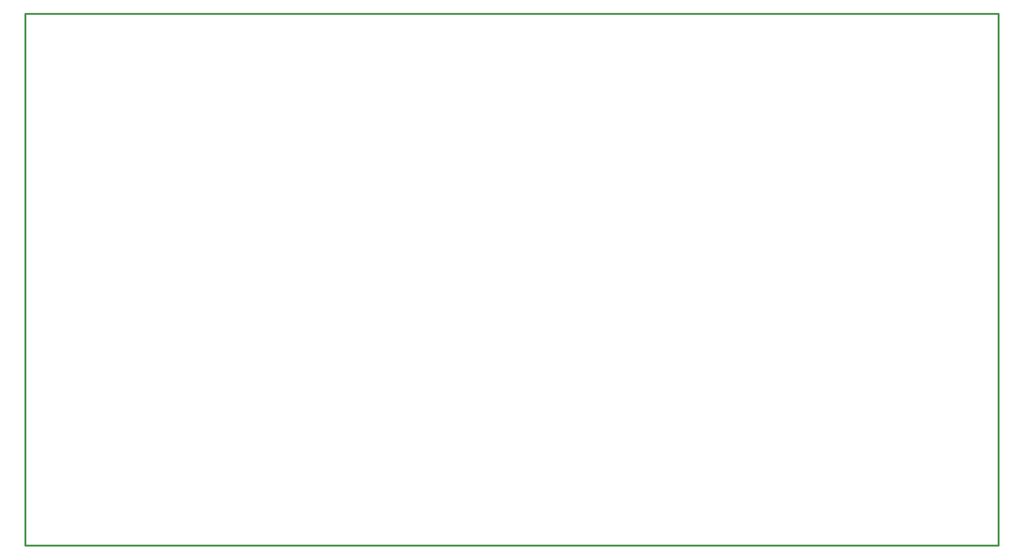
<source format=gbr>
%TF.GenerationSoftware,KiCad,Pcbnew,(6.0.1)*%
%TF.CreationDate,2022-08-22T12:04:23+03:00*%
%TF.ProjectId,lh-dimmer,6c682d64-696d-46d6-9572-2e6b69636164,rev?*%
%TF.SameCoordinates,Original*%
%TF.FileFunction,Profile,NP*%
%FSLAX46Y46*%
G04 Gerber Fmt 4.6, Leading zero omitted, Abs format (unit mm)*
G04 Created by KiCad (PCBNEW (6.0.1)) date 2022-08-22 12:04:23*
%MOMM*%
%LPD*%
G01*
G04 APERTURE LIST*
%TA.AperFunction,Profile*%
%ADD10C,0.300000*%
%TD*%
G04 APERTURE END LIST*
D10*
X50925000Y-36875000D02*
X222925000Y-36875000D01*
X222925000Y-36875000D02*
X222925000Y-130875000D01*
X222925000Y-130875000D02*
X50925000Y-130875000D01*
X50925000Y-130875000D02*
X50925000Y-36875000D01*
M02*

</source>
